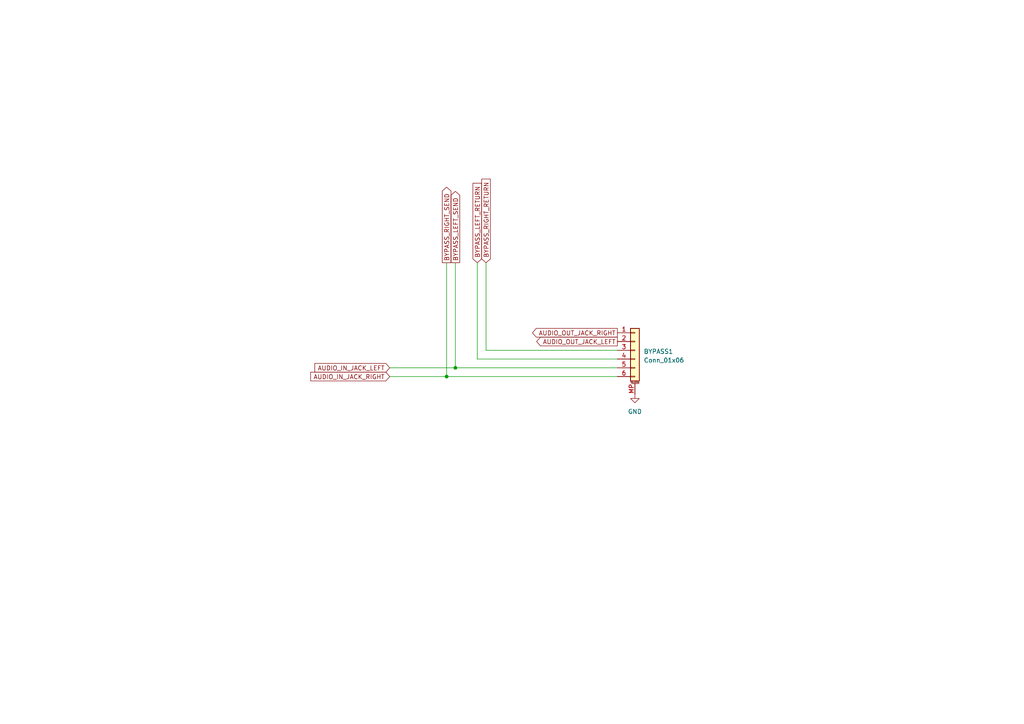
<source format=kicad_sch>
(kicad_sch (version 20250114) (generator "eeschema") (generator_version "9.0")
  (paper "A4")
  (lib_symbols
    (symbol "Connector_Generic_MountingPin:Conn_01x06_MountingPin" (pin_names (offset 1.016) (hide yes))
      (property "Reference" "J" (at 0 7.62 0))
      (property "Value" "Conn_01x06_MountingPin" (at 1.27 -10.16 0))
      (symbol "Conn_01x06_MountingPin_1_1"
        (rectangle (start -1.27 6.35) (end 1.27 -8.89) (stroke (width 0.254)) (fill (type background)))
        (rectangle (start -1.27 5.207) (end 0 4.953) (stroke (width 0.1524)))
        (rectangle (start -1.27 2.667) (end 0 2.413) (stroke (width 0.1524)))
        (rectangle (start -1.27 0.127) (end 0 -0.127) (stroke (width 0.1524)))
        (rectangle (start -1.27 -2.413) (end 0 -2.667) (stroke (width 0.1524)))
        (rectangle (start -1.27 -4.953) (end 0 -5.207) (stroke (width 0.1524)))
        (rectangle (start -1.27 -7.493) (end 0 -7.747) (stroke (width 0.1524)))
        (polyline (pts (xy -1.016 -9.652) (xy 1.016 -9.652)) (stroke (width 0.1524)))
        (text "Mounting" (at 0 -9.271 0) (effects (font (size 0.381 0.381))))
        (pin passive line (at -5.08 5.08 0) (length 3.81) (name "Pin_1") (number "1"))
        (pin passive line (at -5.08 2.54 0) (length 3.81) (name "Pin_2") (number "2"))
        (pin passive line (at -5.08 0 0) (length 3.81) (name "Pin_3") (number "3"))
        (pin passive line (at -5.08 -2.54 0) (length 3.81) (name "Pin_4") (number "4"))
        (pin passive line (at -5.08 -5.08 0) (length 3.81) (name "Pin_5") (number "5"))
        (pin passive line (at -5.08 -7.62 0) (length 3.81) (name "Pin_6") (number "6"))
        (pin passive line (at 0 -12.7 90) (length 3.048) (name "MountPin") (number "MP"))
      )
    )
    (symbol "GND_1" (power) (pin_numbers (hide yes)) (pin_names (offset 0) (hide yes))
      (property "Value" "GND" (at 0 -3.81 0))
      (symbol "GND_1_0_1"
        (polyline (pts (xy 0 0) (xy 0 -1.27) (xy 1.27 -1.27) (xy 0 -2.54) (xy -1.27 -1.27) (xy 0 -1.27)))
      )
      (symbol "GND_1_1_1"
        (pin power_in line (at 0 0 270) (length 0) (name "~") (number "1"))
      )
    )
  )
  (junction (at 129.54 109.22))
  (junction (at 132.08 106.68))
  (wire (pts (xy 138.43 104.14) (xy 179.07 104.14)))
  (wire (pts (xy 138.43 104.14) (xy 138.43 76.2)))
  (wire (pts (xy 113.03 109.22) (xy 129.54 109.22)))
  (wire (pts (xy 179.07 101.6) (xy 140.97 101.6)))
  (wire (pts (xy 132.08 106.68) (xy 179.07 106.68)))
  (wire (pts (xy 140.97 101.6) (xy 140.97 76.2)))
  (wire (pts (xy 129.54 109.22) (xy 179.07 109.22)))
  (wire (pts (xy 132.08 76.2) (xy 132.08 106.68)))
  (wire (pts (xy 113.03 106.68) (xy 132.08 106.68)))
  (wire (pts (xy 129.54 76.2) (xy 129.54 109.22)))
  (global_label "BYPASS_LEFT_RETURN" (shape input) (at 138.43 76.2 90) (property "Intersheetrefs" "${INTERSHEET_REFS}" (effects (hide yes))))
  (global_label "AUDIO_OUT_JACK_LEFT" (shape output) (at 179.07 99.06 180) (property "Intersheetrefs" "${INTERSHEET_REFS}" (effects (hide yes))))
  (global_label "BYPASS_LEFT_SEND" (shape output) (at 132.08 76.2 90) (property "Intersheetrefs" "${INTERSHEET_REFS}" (effects (hide yes))))
  (global_label "BYPASS_RIGHT_SEND" (shape output) (at 129.54 76.2 90) (property "Intersheetrefs" "${INTERSHEET_REFS}" (effects (hide yes))))
  (global_label "AUDIO_IN_JACK_LEFT" (shape input) (at 113.03 106.68 180) (property "Intersheetrefs" "${INTERSHEET_REFS}" (effects (hide yes))))
  (global_label "AUDIO_IN_JACK_RIGHT" (shape input) (at 113.03 109.22 180) (property "Intersheetrefs" "${INTERSHEET_REFS}" (effects (hide yes))))
  (global_label "BYPASS_RIGHT_RETURN" (shape input) (at 140.97 76.2 90) (property "Intersheetrefs" "${INTERSHEET_REFS}" (effects (hide yes))))
  (global_label "AUDIO_OUT_JACK_RIGHT" (shape output) (at 179.07 96.52 180) (property "Intersheetrefs" "${INTERSHEET_REFS}" (effects (hide yes))))
  (symbol (lib_id "Connector_Generic_MountingPin:Conn_01x06_MountingPin") (at 184.15 101.6 0) (unit 1)
    (property "Reference" "BYPASS1" (at 186.69 101.9555 0) (effects (justify left)))
    (property "Value" "Conn_01x06" (at 186.69 104.4955 0) (effects (justify left)))
    (property "Footprint" "Connector_Molex:Molex_PicoBlade_53261-0671_1x06-1MP_P1.25mm_Horizontal" (effects (hide yes)))
    (property "Description" "Generic connectable mounting pin connector, single row, 01x06, script generated (kicad-library-utils/schlib/autogen/connector/)" (effects (hide yes)))
  )
  (symbol (lib_name "GND_1") (lib_id "power:GND") (at 184.15 114.3 0) (unit 1)
    (property "Reference" "#PWR091" (effects (hide yes)))
    (property "Value" "GND" (at 184.15 119.38 0))
    (property "Description" "Power symbol creates a global label with name \"GND\" , ground" (effects (hide yes)))
  )
)
</source>
